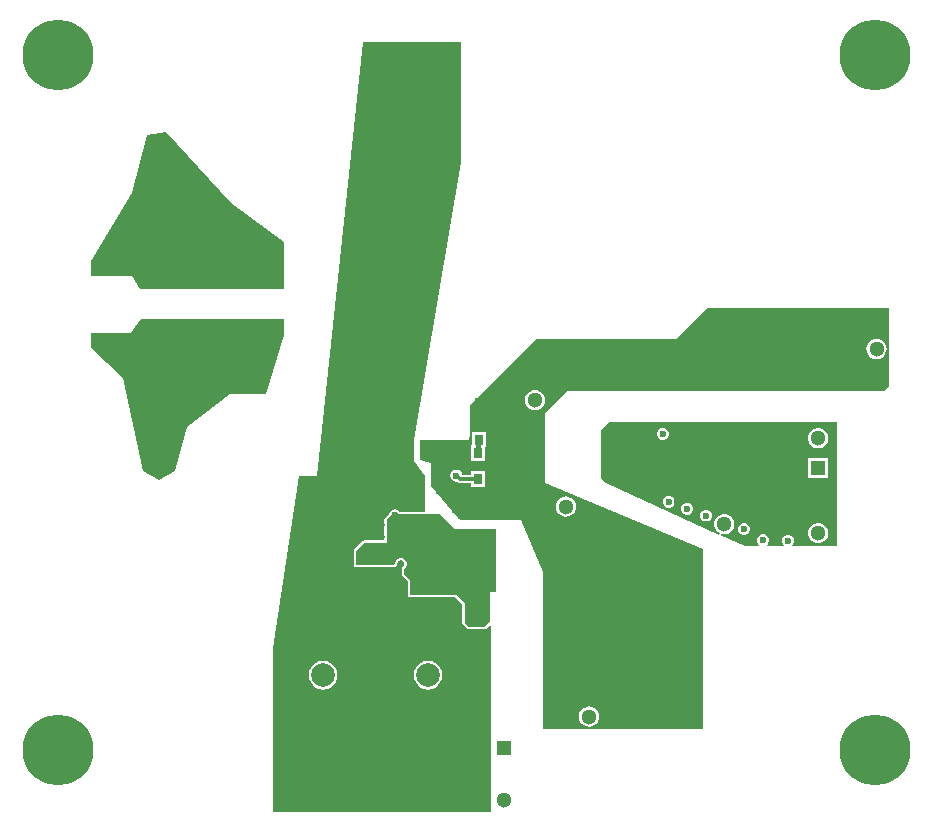
<source format=gbr>
%TF.GenerationSoftware,Altium Limited,Altium Designer,22.9.1 (49)*%
G04 Layer_Physical_Order=4*
G04 Layer_Color=16711680*
%FSLAX45Y45*%
%MOMM*%
%TF.SameCoordinates,C6D2A98E-D71B-44EB-B230-12E80A119C5B*%
%TF.FilePolarity,Positive*%
%TF.FileFunction,Copper,L4,Bot,Signal*%
%TF.Part,Single*%
G01*
G75*
%TA.AperFunction,SMDPad,CuDef*%
G04:AMPARAMS|DCode=31|XSize=1.7mm|YSize=3.8mm|CornerRadius=0.425mm|HoleSize=0mm|Usage=FLASHONLY|Rotation=90.000|XOffset=0mm|YOffset=0mm|HoleType=Round|Shape=RoundedRectangle|*
%AMROUNDEDRECTD31*
21,1,1.70000,2.95000,0,0,90.0*
21,1,0.85000,3.80000,0,0,90.0*
1,1,0.85000,1.47500,0.42500*
1,1,0.85000,1.47500,-0.42500*
1,1,0.85000,-1.47500,-0.42500*
1,1,0.85000,-1.47500,0.42500*
%
%ADD31ROUNDEDRECTD31*%
%TA.AperFunction,Conductor*%
%ADD40C,0.30000*%
%ADD42C,0.38500*%
%TA.AperFunction,ComponentPad*%
%ADD43C,1.30000*%
%ADD44C,1.90500*%
%ADD45C,2.00660*%
%ADD46C,0.60000*%
%ADD47R,1.30000X1.30000*%
%ADD48C,6.00000*%
%ADD49R,1.30000X1.30000*%
%ADD50C,2.50000*%
%TA.AperFunction,ViaPad*%
%ADD51C,0.60000*%
%TA.AperFunction,SMDPad,CuDef*%
%ADD52R,3.40000X1.25000*%
%ADD53R,0.80000X0.90000*%
G36*
X1922500Y5390000D02*
X2375000Y5060436D01*
Y4662500D01*
X1155795D01*
X1090795Y4772500D01*
X740000Y4772500D01*
Y4897500D01*
X1090795Y5477500D01*
X1210000Y5967500D01*
X1373623Y5993705D01*
X1922500Y5390000D01*
D02*
G37*
G36*
X2375000Y4270000D02*
X2220879Y3775000D01*
X1916059D01*
X1553750Y3493750D01*
X1447500Y3117500D01*
X1312500Y3047500D01*
X1177500Y3117500D01*
X1015000Y3907500D01*
X740000Y4165000D01*
Y4285000D01*
X1068854D01*
X1163854Y4405000D01*
X2375000D01*
Y4270000D01*
D02*
G37*
G36*
X3870000Y6226058D02*
X3869999Y5735000D01*
X3475000Y3380000D01*
Y3210000D01*
X3570000Y3080897D01*
Y2775392D01*
X3352327D01*
X3348548Y2781048D01*
X3332009Y2792099D01*
X3312500Y2795979D01*
X3292991Y2792099D01*
X3276452Y2781048D01*
X3265401Y2764509D01*
X3264093Y2757931D01*
X3228081Y2721919D01*
X3223660Y2715304D01*
X3222108Y2707500D01*
Y2681005D01*
X3223660Y2673202D01*
X3223661Y2673201D01*
X3224908Y2670190D01*
Y2658410D01*
X3223660Y2655398D01*
X3222108Y2647595D01*
Y2579405D01*
X3223660Y2571602D01*
X3223661Y2571601D01*
X3224908Y2568590D01*
Y2556810D01*
X3223660Y2553798D01*
X3222108Y2545995D01*
Y2532892D01*
X3066722D01*
X3065304Y2533840D01*
X3057500Y2535392D01*
X3049696Y2533840D01*
X3043081Y2529419D01*
X3043080Y2529419D01*
X2970581Y2456919D01*
X2966160Y2450304D01*
X2964608Y2442500D01*
Y2327500D01*
X2965367Y2323684D01*
X2966102Y2319839D01*
X2966145Y2319773D01*
X2966160Y2319696D01*
X2968324Y2316459D01*
X2970472Y2313190D01*
X2970537Y2313146D01*
X2970581Y2313081D01*
X2973827Y2310912D01*
X2977054Y2308720D01*
X2977131Y2308704D01*
X2977196Y2308660D01*
X2981018Y2307900D01*
X2984845Y2307109D01*
X3299645Y2304724D01*
X3299684Y2304731D01*
X3299723Y2304723D01*
X3303594Y2305478D01*
X3307460Y2306217D01*
X3307494Y2306238D01*
X3307532Y2306246D01*
X3310809Y2308418D01*
X3314109Y2310587D01*
X3314132Y2310620D01*
X3314164Y2310641D01*
X3326865Y2323246D01*
X3326886Y2323278D01*
X3326919Y2323300D01*
X3329122Y2326597D01*
X3331310Y2329844D01*
X3331318Y2329883D01*
X3331340Y2329916D01*
X3332105Y2333764D01*
X3332892Y2337642D01*
X3332884Y2337681D01*
X3332892Y2337719D01*
Y2340890D01*
X3337399Y2351771D01*
X3345729Y2360101D01*
X3356610Y2364608D01*
X3368390D01*
X3379271Y2360101D01*
X3387601Y2351771D01*
X3392108Y2340890D01*
Y2329110D01*
X3387601Y2318228D01*
X3376404Y2307031D01*
X3374853Y2304710D01*
X3373038Y2302589D01*
X3372661Y2301430D01*
X3371983Y2300416D01*
X3371439Y2297678D01*
X3370574Y2295024D01*
X3368852Y2280564D01*
X3368947Y2279348D01*
X3368709Y2278153D01*
X3369253Y2275415D01*
X3369471Y2272631D01*
X3370023Y2271545D01*
X3370261Y2270349D01*
X3372108Y2265890D01*
Y2252011D01*
X3371360Y2248248D01*
X3372392Y2243061D01*
X3372911Y2240446D01*
X3372912Y2240445D01*
X3372912Y2240445D01*
X3377332Y2233830D01*
X3419608Y2191553D01*
Y2075000D01*
X3421160Y2067196D01*
X3425581Y2060581D01*
X3432196Y2056160D01*
X3440000Y2054608D01*
X3824053D01*
X3882108Y1996553D01*
X3882108Y1837501D01*
X3882108Y1837500D01*
X3883660Y1829696D01*
X3888081Y1823081D01*
X3888081Y1823080D01*
X3923081Y1788081D01*
X3929696Y1783660D01*
X3937500Y1782108D01*
X4075000Y1782108D01*
X4082804Y1783660D01*
X4089419Y1788080D01*
X4115767Y1814428D01*
X4127500Y1809568D01*
Y232500D01*
X2280000D01*
Y1622533D01*
X2497500Y3077500D01*
X2655000D01*
X3044260Y6752500D01*
X3869999D01*
X3870000Y6226058D01*
D02*
G37*
G36*
X6060000Y3537865D02*
X7052500D01*
Y2484441D01*
X6680612D01*
X6675352Y2497141D01*
X6682388Y2504177D01*
X6690000Y2522555D01*
Y2542446D01*
X6682388Y2560823D01*
X6668323Y2574888D01*
X6649946Y2582500D01*
X6630054D01*
X6611677Y2574888D01*
X6597612Y2560823D01*
X6590000Y2542446D01*
Y2522555D01*
X6597612Y2504177D01*
X6604648Y2497141D01*
X6599388Y2484441D01*
X6468113D01*
X6462852Y2497141D01*
X6472388Y2506677D01*
X6480000Y2525054D01*
Y2544946D01*
X6472388Y2563323D01*
X6458323Y2577388D01*
X6439946Y2585000D01*
X6420054D01*
X6401677Y2577388D01*
X6387612Y2563323D01*
X6380000Y2544946D01*
Y2525054D01*
X6387612Y2506677D01*
X6397148Y2497141D01*
X6391888Y2484441D01*
X6274706D01*
X6068237Y2578034D01*
X6072531Y2590031D01*
X6076863Y2588871D01*
X6091310Y2585000D01*
X6113691D01*
X6135309Y2590793D01*
X6154691Y2601983D01*
X6170517Y2617809D01*
X6181707Y2637191D01*
X6187500Y2658810D01*
Y2681190D01*
X6181707Y2702809D01*
X6170517Y2722191D01*
X6154691Y2738017D01*
X6135309Y2749207D01*
X6113691Y2755000D01*
X6091310D01*
X6069691Y2749207D01*
X6050309Y2738017D01*
X6034483Y2722191D01*
X6023293Y2702809D01*
X6017500Y2681190D01*
Y2658810D01*
X6023293Y2637191D01*
X6034483Y2617809D01*
X6050309Y2601983D01*
X6061612Y2595457D01*
X6065448Y2593242D01*
X6059638Y2581932D01*
X5100000Y3016941D01*
X5057500Y3059441D01*
Y3464219D01*
X5130886Y3537866D01*
X6060000Y3537865D01*
D02*
G37*
G36*
X3822500Y2630000D02*
X4165000D01*
Y2095000D01*
X4120000D01*
Y1847500D01*
X4075000Y1802500D01*
X3937500Y1802500D01*
X3902500Y1837500D01*
X3902500Y2005000D01*
X3832500Y2075000D01*
X3440000D01*
Y2200000D01*
X3391752Y2248248D01*
X3392500Y2250054D01*
Y2269946D01*
X3389101Y2278152D01*
X3390823Y2292612D01*
X3404888Y2306677D01*
X3412500Y2325054D01*
Y2344946D01*
X3404888Y2363323D01*
X3390823Y2377388D01*
X3372446Y2385000D01*
X3352554D01*
X3334177Y2377388D01*
X3320112Y2363323D01*
X3312500Y2344946D01*
Y2337719D01*
X3299800Y2325115D01*
X2985000Y2327500D01*
Y2442500D01*
X3057500Y2515000D01*
X3060000Y2512500D01*
X3242500D01*
Y2545995D01*
X3245300Y2552754D01*
Y2572646D01*
X3242500Y2579405D01*
Y2647595D01*
X3245300Y2654354D01*
Y2674246D01*
X3242500Y2681005D01*
Y2707500D01*
X3290000Y2755000D01*
X3697500D01*
X3822500Y2630000D01*
D02*
G37*
G36*
X7492500Y3835000D02*
X7457500Y3800000D01*
X4772500D01*
X4655000Y3682500D01*
X4587500Y3616184D01*
Y3021648D01*
X5917500Y2460000D01*
Y1525000D01*
Y940000D01*
X4567500D01*
Y2262500D01*
X4382283Y2707500D01*
X3860000D01*
X3615000Y2992500D01*
Y3185000D01*
X3522500Y3217500D01*
X3524947Y3381465D01*
X3527500Y3382500D01*
X3685000D01*
X3942500Y3385000D01*
X3945964Y3429036D01*
X3945000Y3430000D01*
Y3675000D01*
X4510000Y4240000D01*
X5690000D01*
X5952500Y4502500D01*
X7492500D01*
Y3835000D01*
D02*
G37*
%LPC*%
G36*
X3592500Y1513868D02*
X3561087Y1509733D01*
X3531816Y1497608D01*
X3506680Y1478320D01*
X3487392Y1453184D01*
X3475267Y1423912D01*
X3471131Y1392500D01*
X3475267Y1361087D01*
X3487392Y1331816D01*
X3506680Y1306680D01*
X3531816Y1287392D01*
X3561087Y1275267D01*
X3592500Y1271132D01*
X3623912Y1275267D01*
X3653184Y1287392D01*
X3678320Y1306680D01*
X3697608Y1331816D01*
X3709732Y1361087D01*
X3713868Y1392500D01*
X3709732Y1423912D01*
X3697608Y1453184D01*
X3678320Y1478320D01*
X3653184Y1497608D01*
X3623912Y1509733D01*
X3592500Y1513868D01*
D02*
G37*
G36*
X2705000D02*
X2673587Y1509733D01*
X2644316Y1497608D01*
X2619179Y1478320D01*
X2599892Y1453184D01*
X2587767Y1423912D01*
X2583631Y1392500D01*
X2587767Y1361087D01*
X2599892Y1331816D01*
X2619179Y1306680D01*
X2644316Y1287392D01*
X2673587Y1275267D01*
X2705000Y1271132D01*
X2736412Y1275267D01*
X2765684Y1287392D01*
X2790820Y1306680D01*
X2810108Y1331816D01*
X2822232Y1361087D01*
X2826368Y1392500D01*
X2822232Y1423912D01*
X2810108Y1453184D01*
X2790820Y1478320D01*
X2765684Y1497608D01*
X2736412Y1509733D01*
X2705000Y1513868D01*
D02*
G37*
G36*
X5589946Y3485000D02*
X5570054D01*
X5551677Y3477388D01*
X5537612Y3463323D01*
X5530000Y3444946D01*
Y3425054D01*
X5537612Y3406677D01*
X5551677Y3392612D01*
X5570054Y3385000D01*
X5589946D01*
X5608323Y3392612D01*
X5622388Y3406677D01*
X5630000Y3425054D01*
Y3444946D01*
X5622388Y3463323D01*
X5608323Y3477388D01*
X5589946Y3485000D01*
D02*
G37*
G36*
X6908691Y3482500D02*
X6886310D01*
X6864691Y3476707D01*
X6845309Y3465517D01*
X6829483Y3449691D01*
X6818293Y3430309D01*
X6812500Y3408690D01*
Y3386309D01*
X6818293Y3364691D01*
X6829483Y3345309D01*
X6845309Y3329483D01*
X6864691Y3318293D01*
X6886310Y3312500D01*
X6908691D01*
X6930309Y3318293D01*
X6949691Y3329483D01*
X6965517Y3345309D01*
X6976707Y3364691D01*
X6982500Y3386309D01*
Y3408690D01*
X6976707Y3430309D01*
X6965517Y3449691D01*
X6949691Y3465517D01*
X6930309Y3476707D01*
X6908691Y3482500D01*
D02*
G37*
G36*
X6982500Y3228500D02*
X6812500D01*
Y3058500D01*
X6982500D01*
Y3228500D01*
D02*
G37*
G36*
X5639946Y2909999D02*
X5620054D01*
X5601677Y2902387D01*
X5587612Y2888322D01*
X5580000Y2869945D01*
Y2850054D01*
X5587612Y2831677D01*
X5601677Y2817611D01*
X5620054Y2809999D01*
X5639946D01*
X5658323Y2817611D01*
X5672388Y2831677D01*
X5680000Y2850054D01*
Y2869945D01*
X5672388Y2888322D01*
X5658323Y2902387D01*
X5639946Y2909999D01*
D02*
G37*
G36*
X5799320Y2851874D02*
X5779429D01*
X5761052Y2844263D01*
X5746987Y2830197D01*
X5739375Y2811820D01*
Y2791929D01*
X5746987Y2773552D01*
X5761052Y2759486D01*
X5779429Y2751875D01*
X5799320D01*
X5817698Y2759486D01*
X5831763Y2773552D01*
X5839375Y2791929D01*
Y2811820D01*
X5831763Y2830197D01*
X5817698Y2844263D01*
X5799320Y2851874D01*
D02*
G37*
G36*
X5958695Y2793750D02*
X5938804D01*
X5920427Y2786138D01*
X5906362Y2772072D01*
X5898750Y2753695D01*
Y2733804D01*
X5906362Y2715427D01*
X5920427Y2701362D01*
X5938804Y2693750D01*
X5958695D01*
X5977072Y2701362D01*
X5991138Y2715427D01*
X5998749Y2733804D01*
Y2753695D01*
X5991138Y2772072D01*
X5977072Y2786138D01*
X5958695Y2793750D01*
D02*
G37*
G36*
X6277446Y2677500D02*
X6257554D01*
X6239177Y2669888D01*
X6225112Y2655823D01*
X6217500Y2637446D01*
Y2617554D01*
X6225112Y2599177D01*
X6239177Y2585112D01*
X6257554Y2577500D01*
X6277446D01*
X6295823Y2585112D01*
X6309888Y2599177D01*
X6317500Y2617554D01*
Y2637446D01*
X6309888Y2655823D01*
X6295823Y2669888D01*
X6277446Y2677500D01*
D02*
G37*
G36*
X6908691Y2680000D02*
X6886310D01*
X6864691Y2674207D01*
X6845309Y2663017D01*
X6829483Y2647191D01*
X6818293Y2627809D01*
X6812500Y2606190D01*
Y2583809D01*
X6818293Y2562191D01*
X6829483Y2542809D01*
X6845309Y2526983D01*
X6864691Y2515793D01*
X6886310Y2510000D01*
X6908691D01*
X6930309Y2515793D01*
X6949691Y2526983D01*
X6965517Y2542809D01*
X6976707Y2562191D01*
X6982500Y2583809D01*
Y2606190D01*
X6976707Y2627809D01*
X6965517Y2647191D01*
X6949691Y2663017D01*
X6930309Y2674207D01*
X6908691Y2680000D01*
D02*
G37*
G36*
X7390771Y4241241D02*
X7368581Y4238319D01*
X7347904Y4229755D01*
X7330148Y4216130D01*
X7316523Y4198374D01*
X7307958Y4177697D01*
X7305037Y4155507D01*
X7307958Y4133318D01*
X7316523Y4112641D01*
X7330148Y4094885D01*
X7347904Y4081260D01*
X7368581Y4072695D01*
X7390771Y4069774D01*
X7412960Y4072695D01*
X7433637Y4081260D01*
X7451393Y4094885D01*
X7465018Y4112641D01*
X7473583Y4133318D01*
X7476504Y4155507D01*
X7473583Y4177697D01*
X7465018Y4198374D01*
X7451393Y4216130D01*
X7433637Y4229755D01*
X7412960Y4238319D01*
X7390771Y4241241D01*
D02*
G37*
G36*
X4497500Y3805733D02*
X4475311Y3802812D01*
X4454633Y3794247D01*
X4436877Y3780623D01*
X4423253Y3762867D01*
X4414688Y3742189D01*
X4411767Y3720000D01*
X4414688Y3697810D01*
X4423253Y3677133D01*
X4436877Y3659377D01*
X4454633Y3645753D01*
X4475311Y3637188D01*
X4497500Y3634267D01*
X4519689Y3637188D01*
X4540367Y3645753D01*
X4558123Y3659377D01*
X4571747Y3677133D01*
X4580312Y3697810D01*
X4583233Y3720000D01*
X4580312Y3742189D01*
X4571747Y3762867D01*
X4558123Y3780623D01*
X4540367Y3794247D01*
X4519689Y3802812D01*
X4497500Y3805733D01*
D02*
G37*
G36*
X4082500Y3452500D02*
X3962500D01*
Y3337500D01*
X3957500D01*
Y3207500D01*
X4077500D01*
Y3322500D01*
X4082500D01*
Y3452500D01*
D02*
G37*
G36*
X3832500Y3133480D02*
X3812991Y3129599D01*
X3796452Y3118548D01*
X3785401Y3102009D01*
X3781521Y3082500D01*
X3785401Y3062991D01*
X3796452Y3046452D01*
X3812991Y3035401D01*
X3831580Y3031703D01*
X3842121Y3026484D01*
X3852828Y3020621D01*
X3854462Y3019530D01*
X3854522Y3019519D01*
X3854576Y3019483D01*
X3861367Y3018157D01*
X3868118Y3016814D01*
X3957500D01*
Y2987500D01*
X4077500D01*
Y3117500D01*
X3957500D01*
Y3088186D01*
X3882349D01*
X3879599Y3102009D01*
X3868548Y3118548D01*
X3852009Y3129599D01*
X3832500Y3133480D01*
D02*
G37*
G36*
X4760000Y2905733D02*
X4737810Y2902812D01*
X4717133Y2894247D01*
X4699377Y2880623D01*
X4685753Y2862867D01*
X4677188Y2842189D01*
X4674266Y2820000D01*
X4677188Y2797811D01*
X4685753Y2777133D01*
X4699377Y2759377D01*
X4717133Y2745753D01*
X4737810Y2737188D01*
X4760000Y2734267D01*
X4782189Y2737188D01*
X4802866Y2745753D01*
X4820623Y2759377D01*
X4834247Y2777133D01*
X4842812Y2797811D01*
X4845733Y2820000D01*
X4842812Y2842189D01*
X4834247Y2862867D01*
X4820623Y2880623D01*
X4802866Y2894247D01*
X4782189Y2902812D01*
X4760000Y2905733D01*
D02*
G37*
G36*
X4957500Y1128233D02*
X4935311Y1125312D01*
X4914633Y1116747D01*
X4896877Y1103123D01*
X4883253Y1085367D01*
X4874688Y1064690D01*
X4871767Y1042500D01*
X4874688Y1020311D01*
X4883253Y999633D01*
X4896877Y981877D01*
X4914633Y968253D01*
X4935311Y959688D01*
X4957500Y956767D01*
X4979690Y959688D01*
X5000367Y968253D01*
X5018123Y981877D01*
X5031747Y999633D01*
X5040312Y1020311D01*
X5043233Y1042500D01*
X5040312Y1064690D01*
X5031747Y1085367D01*
X5018123Y1103123D01*
X5000367Y1116747D01*
X4979690Y1125312D01*
X4957500Y1128233D01*
D02*
G37*
%LPD*%
D31*
X1327460Y4317499D02*
D03*
Y4747501D02*
D03*
X1757500Y4317499D02*
D03*
Y4747501D02*
D03*
X2187540Y4317499D02*
D03*
Y4747501D02*
D03*
D40*
X3840557Y3077143D02*
G03*
X3835483Y3080794I-19966J-22392D01*
G01*
X3868044Y3052573D02*
G03*
X3866865Y3053684I-21146J-21281D01*
G01*
X3840557Y3077142D02*
X3866865Y3053683D01*
X3868044Y3052573D02*
X3868118Y3052500D01*
X3832500Y3082500D02*
X3835483Y3080794D01*
X3868118Y3052500D02*
X4017500D01*
D42*
X4020000Y3275000D02*
Y3385000D01*
X4017500Y3272500D02*
X4020000Y3275000D01*
Y3385000D02*
X4022500Y3387500D01*
D43*
X4497500Y3720000D02*
D03*
X6102500Y2670000D02*
D03*
X4037500Y777500D02*
D03*
X6897500Y3397500D02*
D03*
X7390771Y4155507D02*
D03*
X6897500Y2595000D02*
D03*
Y2841380D02*
D03*
X4240000Y337500D02*
D03*
X3972500D02*
D03*
X4957500Y1042500D02*
D03*
X4727500D02*
D03*
X7390771Y3926907D02*
D03*
X6237500Y3460000D02*
D03*
X5975000Y3010000D02*
D03*
X4760000Y2820000D02*
D03*
X7080000Y4385000D02*
D03*
D44*
X3847770Y1137230D02*
D03*
X3337230D02*
D03*
Y1647770D02*
D03*
X3847770D02*
D03*
X2960270Y1137230D02*
D03*
X2449730D02*
D03*
X2960270Y1647770D02*
D03*
X2449730D02*
D03*
D45*
X3592500Y1392500D02*
D03*
X2705000D02*
D03*
D46*
X3195300Y2562700D02*
D03*
Y2664300D02*
D03*
X3093700Y2562700D02*
D03*
Y2664300D02*
D03*
D47*
X4237500Y777500D02*
D03*
D48*
X457500Y762500D02*
D03*
Y6642500D02*
D03*
X7377500D02*
D03*
Y762500D02*
D03*
D49*
X6897500Y3143500D02*
D03*
D50*
X1322500Y5210000D02*
D03*
Y5845000D02*
D03*
Y3837500D02*
D03*
Y3202500D02*
D03*
D51*
X1503214Y5530000D02*
D03*
X1354642D02*
D03*
X1577499Y5645000D02*
D03*
X1206071Y5530000D02*
D03*
X1651785D02*
D03*
X1447499Y5645000D02*
D03*
X1317500D02*
D03*
X1187500D02*
D03*
X1971427Y5290000D02*
D03*
X1525714D02*
D03*
X1599999Y5405000D02*
D03*
X1822856Y5290000D02*
D03*
X1674285D02*
D03*
X1110000Y5332500D02*
D03*
X1859999Y5405000D02*
D03*
X1729999D02*
D03*
X1469999D02*
D03*
X1340000D02*
D03*
X1210000D02*
D03*
X1127500Y3582501D02*
D03*
X1037500Y4045000D02*
D03*
X1127500Y3712501D02*
D03*
Y3842501D02*
D03*
Y3972500D02*
D03*
Y4102500D02*
D03*
X1411071Y3412500D02*
D03*
X1262500D02*
D03*
X1522499Y3527500D02*
D03*
X1392500D02*
D03*
X1262500D02*
D03*
X1710714Y3652500D02*
D03*
X1562142D02*
D03*
X1784999Y3767500D02*
D03*
X1413571Y3652500D02*
D03*
X1265000D02*
D03*
X1654999Y3767500D02*
D03*
X1524999D02*
D03*
X3712500Y3049999D02*
D03*
X3877500Y2970000D02*
D03*
X3640000Y3010000D02*
D03*
X3673400Y3337500D02*
D03*
Y3260000D02*
D03*
X3642500Y3090000D02*
D03*
X3765750Y2988000D02*
D03*
X3686500Y2956000D02*
D03*
X3819000Y2926000D02*
D03*
X3733000Y2902000D02*
D03*
X3779499Y2848000D02*
D03*
X3992500Y2850000D02*
D03*
X3872250Y2864000D02*
D03*
X3825999Y2794000D02*
D03*
X4038750Y2795000D02*
D03*
X3925499Y2802000D02*
D03*
X3832500Y3082500D02*
D03*
X3978749Y2740000D02*
D03*
X4084999D02*
D03*
X2735000Y2880000D02*
D03*
X2727500Y2997500D02*
D03*
X3872499Y2740000D02*
D03*
X3645000Y3192500D02*
D03*
X2922500Y1815000D02*
D03*
X2257500Y4122500D02*
D03*
X3787499Y6645000D02*
D03*
X3706666D02*
D03*
X3625833D02*
D03*
X3545000D02*
D03*
X3464166D02*
D03*
X3383333D02*
D03*
X3302500D02*
D03*
X3221667D02*
D03*
X3140833D02*
D03*
X3828332Y6712500D02*
D03*
X3747499D02*
D03*
X3666666D02*
D03*
X3585833D02*
D03*
X3505000D02*
D03*
X3424166D02*
D03*
X3343333D02*
D03*
X3262500D02*
D03*
X3181667D02*
D03*
X3100834D02*
D03*
X2830000Y1868889D02*
D03*
Y2105000D02*
D03*
Y1986945D02*
D03*
X2452500Y1995556D02*
D03*
Y2231666D02*
D03*
Y2349722D02*
D03*
Y2113611D02*
D03*
Y2467777D02*
D03*
Y1877500D02*
D03*
X2735000Y1935557D02*
D03*
Y2171668D02*
D03*
Y2289723D02*
D03*
Y2053612D02*
D03*
Y2407779D02*
D03*
Y2761945D02*
D03*
Y2525834D02*
D03*
Y2643889D02*
D03*
Y1817502D02*
D03*
X2642500Y1873057D02*
D03*
Y2109168D02*
D03*
Y2227223D02*
D03*
Y1991112D02*
D03*
Y2345279D02*
D03*
Y2699445D02*
D03*
Y2463334D02*
D03*
Y2581389D02*
D03*
Y2817500D02*
D03*
X2552500Y1820000D02*
D03*
Y2882499D02*
D03*
Y2646388D02*
D03*
Y2528333D02*
D03*
Y2764443D02*
D03*
Y2410277D02*
D03*
Y2056111D02*
D03*
Y2292222D02*
D03*
Y2174166D02*
D03*
X5630000Y2859999D02*
D03*
X3567500Y2252500D02*
D03*
X3570000Y2389167D02*
D03*
X3715000Y2525833D02*
D03*
X3570000D02*
D03*
X3687500Y2662500D02*
D03*
X3540000D02*
D03*
X6267500Y2627500D02*
D03*
X6471249Y3460000D02*
D03*
X6704999D02*
D03*
X6003750D02*
D03*
X5775000Y3480000D02*
D03*
X5375000Y3495000D02*
D03*
X6715000Y2925000D02*
D03*
X6513333D02*
D03*
X6311667D02*
D03*
X6715000Y3120000D02*
D03*
X6513333D02*
D03*
X6311667D02*
D03*
X6640000Y2532500D02*
D03*
X6430000Y2535000D02*
D03*
X6422500Y3960000D02*
D03*
X7210000Y3955000D02*
D03*
Y3842500D02*
D03*
X7400000Y4317500D02*
D03*
X7187500D02*
D03*
X6975000D02*
D03*
X6762500D02*
D03*
X6550000D02*
D03*
X4345000Y3852500D02*
D03*
X4540000Y2562500D02*
D03*
X4432500Y3220000D02*
D03*
X4520000Y3280000D02*
D03*
Y3152500D02*
D03*
Y3402500D02*
D03*
X4445000Y3342500D02*
D03*
X6468000Y3842500D02*
D03*
X7024500D02*
D03*
X6839000D02*
D03*
X6653500D02*
D03*
X6282500D02*
D03*
X6166250Y4440000D02*
D03*
X6287500D02*
D03*
X6045000D02*
D03*
X5302500Y4185000D02*
D03*
X5102500D02*
D03*
X4902500D02*
D03*
X4702500D02*
D03*
X4530000Y4155000D02*
D03*
X4345000Y3967500D02*
D03*
X4232500Y3852500D02*
D03*
X4092500Y3770000D02*
D03*
X4017500Y3712500D02*
D03*
X4627500Y2630000D02*
D03*
X4522500Y2695000D02*
D03*
X4667500Y2509998D02*
D03*
Y2314166D02*
D03*
Y2118333D02*
D03*
X4670000Y1922500D02*
D03*
X4667500Y1685000D02*
D03*
Y1478750D02*
D03*
Y1272500D02*
D03*
X3558959Y1679167D02*
D03*
Y1890833D02*
D03*
X3650000Y1802500D02*
D03*
X3407917D02*
D03*
X2552500Y1938056D02*
D03*
X2491042Y405833D02*
D03*
X2733124D02*
D03*
X2975207D02*
D03*
X3217290D02*
D03*
X3459373D02*
D03*
X3701456D02*
D03*
X2491042Y617500D02*
D03*
X2733124D02*
D03*
X2975207D02*
D03*
X3217290D02*
D03*
X3459373D02*
D03*
X3701456D02*
D03*
X2491042Y829166D02*
D03*
X2733124D02*
D03*
X2975207D02*
D03*
X3217290D02*
D03*
X3459373D02*
D03*
X3701456D02*
D03*
X1272501Y4007500D02*
D03*
X1402500D02*
D03*
X1532500D02*
D03*
X1662500D02*
D03*
X1922499D02*
D03*
X2052499D02*
D03*
X2182499D02*
D03*
X1866785Y3892500D02*
D03*
X2015357D02*
D03*
X1792500Y4007500D02*
D03*
X1569643Y3892500D02*
D03*
X1718214D02*
D03*
X2163928D02*
D03*
X1792500Y4122500D02*
D03*
X1619167D02*
D03*
X1445834D02*
D03*
X1272501D02*
D03*
X1965833D02*
D03*
X2139166D02*
D03*
X1946666Y5157500D02*
D03*
X1773333D02*
D03*
X1080000D02*
D03*
X2119999D02*
D03*
X1600000Y5177500D02*
D03*
X1971427Y4927500D02*
D03*
X2119999D02*
D03*
X1525714D02*
D03*
X1377143D02*
D03*
X1599999Y5042500D02*
D03*
X1228571Y4927500D02*
D03*
X1822856D02*
D03*
X1674285D02*
D03*
X1080000D02*
D03*
X2119998Y5042500D02*
D03*
X1989998D02*
D03*
X1859999D02*
D03*
X1729999D02*
D03*
X1469999D02*
D03*
X1340000D02*
D03*
X1210000D02*
D03*
X1080000D02*
D03*
X2612083Y300000D02*
D03*
X2854166D02*
D03*
X3096249D02*
D03*
X2370000D02*
D03*
X3822497D02*
D03*
X3338331D02*
D03*
X3580414D02*
D03*
X3822497Y511667D02*
D03*
X3580414Y511666D02*
D03*
X3338331D02*
D03*
X3096249D02*
D03*
X2854166D02*
D03*
X2612083D02*
D03*
X2370000D02*
D03*
X3338331Y723333D02*
D03*
X3580414D02*
D03*
X3822497Y723333D02*
D03*
X3822499Y935000D02*
D03*
X3580415Y934999D02*
D03*
X3338332D02*
D03*
X2370000Y723333D02*
D03*
X2612083D02*
D03*
X2854166D02*
D03*
X3096249D02*
D03*
X3096249Y934999D02*
D03*
X2854166D02*
D03*
X2612083D02*
D03*
X2370000D02*
D03*
X3230000Y2985000D02*
D03*
X3301250D02*
D03*
X3455417D02*
D03*
X3532500D02*
D03*
X3378333D02*
D03*
X2891250Y2997500D02*
D03*
X3054999D02*
D03*
X2973125D02*
D03*
X2809375D02*
D03*
X2635001Y2985000D02*
D03*
X2554168D02*
D03*
X3099167Y6582500D02*
D03*
X3180000D02*
D03*
X3260833D02*
D03*
X3341666D02*
D03*
X3422500D02*
D03*
X3503333D02*
D03*
X3584166D02*
D03*
X3664999D02*
D03*
X3745832D02*
D03*
X3826666D02*
D03*
X3139167Y6515000D02*
D03*
X3220000D02*
D03*
X3300833D02*
D03*
X3381666D02*
D03*
X3462500D02*
D03*
X3543333D02*
D03*
X3624166D02*
D03*
X3704999D02*
D03*
X3785832D02*
D03*
X3827499Y6440000D02*
D03*
X3746666D02*
D03*
X3665832D02*
D03*
X3584999D02*
D03*
X3504166D02*
D03*
X3423333D02*
D03*
X3342500D02*
D03*
X3261666D02*
D03*
X3180833D02*
D03*
X3100000D02*
D03*
X3205000Y2237500D02*
D03*
X3085000D02*
D03*
X2947500Y2252500D02*
D03*
X3362500Y2335000D02*
D03*
X3342500Y2260000D02*
D03*
X2922500Y2335000D02*
D03*
X3220000Y2840000D02*
D03*
X3145000D02*
D03*
X3070000D02*
D03*
X3207500Y2362500D02*
D03*
X3085000D02*
D03*
X3312500Y2745000D02*
D03*
X3265000Y2437500D02*
D03*
X5787500Y2245000D02*
D03*
Y2340000D02*
D03*
X5580000Y3435000D02*
D03*
X3030000Y2435000D02*
D03*
X5355000Y3152500D02*
D03*
X6552600Y4437500D02*
D03*
X6762575D02*
D03*
X6972550D02*
D03*
X7182525D02*
D03*
X7392500D02*
D03*
X6110000Y2925000D02*
D03*
Y3120000D02*
D03*
X5762500Y3015000D02*
D03*
X5948750Y2743750D02*
D03*
X5789375Y2801875D02*
D03*
D52*
X910118Y4227494D02*
D03*
Y4837490D02*
D03*
D53*
X4022500Y3607500D02*
D03*
Y3387500D02*
D03*
X4017500Y3052500D02*
D03*
Y3272500D02*
D03*
%TF.MD5,083e1041586ebca8eae366d301df66c0*%
M02*

</source>
